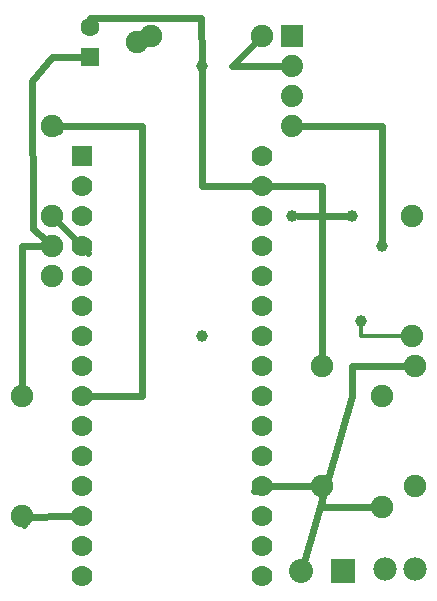
<source format=gbl>
G04 MADE WITH FRITZING*
G04 WWW.FRITZING.ORG*
G04 DOUBLE SIDED*
G04 HOLES PLATED*
G04 CONTOUR ON CENTER OF CONTOUR VECTOR*
%ASAXBY*%
%FSLAX23Y23*%
%MOIN*%
%OFA0B0*%
%SFA1.0B1.0*%
%ADD10C,0.070000*%
%ADD11C,0.074000*%
%ADD12C,0.075000*%
%ADD13C,0.080000*%
%ADD14C,0.039370*%
%ADD15C,0.062992*%
%ADD16C,0.078000*%
%ADD17R,0.069972X0.070000*%
%ADD18R,0.074000X0.074000*%
%ADD19R,0.080000X0.080000*%
%ADD20R,0.062992X0.062992*%
%ADD21C,0.024000*%
%ADD22C,0.012000*%
%LNCOPPER0*%
G90*
G70*
G54D10*
X244Y1480D03*
X244Y1380D03*
X244Y1280D03*
X244Y1180D03*
X244Y1080D03*
X244Y980D03*
X244Y880D03*
X244Y780D03*
X244Y680D03*
X244Y580D03*
X244Y480D03*
X244Y380D03*
X244Y280D03*
X244Y180D03*
X244Y80D03*
X844Y1480D03*
X844Y1380D03*
X844Y1280D03*
X844Y1180D03*
X844Y1080D03*
X844Y980D03*
X844Y880D03*
X844Y780D03*
X844Y680D03*
X844Y580D03*
X844Y480D03*
X844Y380D03*
X844Y280D03*
X844Y180D03*
X844Y80D03*
G54D11*
X944Y1780D03*
X944Y1680D03*
X944Y1580D03*
X944Y1880D03*
G54D12*
X144Y1280D03*
X144Y1180D03*
X144Y1080D03*
X1244Y310D03*
X1244Y680D03*
X474Y1880D03*
X844Y1880D03*
G54D13*
X1114Y96D03*
X976Y96D03*
G54D12*
X1044Y780D03*
X1044Y380D03*
X44Y280D03*
X44Y680D03*
X1356Y780D03*
X1356Y380D03*
X1344Y1280D03*
X1344Y880D03*
X427Y1862D03*
X144Y1580D03*
G54D14*
X1246Y1179D03*
X1146Y1279D03*
X945Y1279D03*
X645Y1779D03*
X644Y880D03*
X1176Y931D03*
G54D15*
X273Y1812D03*
X273Y1910D03*
G54D16*
X1355Y103D03*
X1255Y103D03*
G54D17*
X244Y1480D03*
G54D18*
X944Y1880D03*
G54D19*
X1114Y96D03*
G54D20*
X273Y1812D03*
G54D21*
X1145Y681D02*
X1146Y779D01*
D02*
X1146Y779D02*
X1327Y780D01*
D02*
X985Y126D02*
X1145Y681D01*
D02*
X843Y379D02*
X1016Y379D01*
D02*
X819Y365D02*
X843Y379D01*
D02*
X1044Y310D02*
X1216Y310D01*
D02*
X1044Y351D02*
X1044Y310D01*
D02*
X45Y278D02*
X215Y279D01*
D02*
X53Y252D02*
X45Y278D01*
D02*
X45Y1179D02*
X116Y1179D01*
D02*
X44Y708D02*
X45Y1179D01*
D02*
X245Y1179D02*
X264Y1158D01*
D02*
X165Y1259D02*
X245Y1179D01*
D02*
X1246Y1580D02*
X976Y1580D01*
D02*
X1246Y1198D02*
X1246Y1580D01*
D02*
X1044Y1380D02*
X1044Y808D01*
D02*
X874Y1380D02*
X1044Y1380D01*
D02*
X1127Y1279D02*
X964Y1279D01*
D02*
X445Y1579D02*
X445Y679D01*
D02*
X445Y679D02*
X274Y679D01*
D02*
X145Y1579D02*
X445Y1579D01*
D02*
X168Y1563D02*
X145Y1579D01*
D02*
X744Y1780D02*
X913Y1780D01*
D02*
X824Y1859D02*
X744Y1780D01*
D02*
X645Y1379D02*
X815Y1380D01*
D02*
X645Y1760D02*
X645Y1379D01*
G54D22*
D02*
X1321Y880D02*
X1176Y880D01*
D02*
X1176Y880D02*
X1176Y917D01*
G54D21*
D02*
X273Y1942D02*
X273Y1937D01*
D02*
X643Y1942D02*
X273Y1942D01*
D02*
X645Y1798D02*
X643Y1942D01*
D02*
X144Y1812D02*
X246Y1812D01*
D02*
X83Y1238D02*
X79Y1732D01*
D02*
X124Y1199D02*
X83Y1238D01*
D02*
X79Y1732D02*
X144Y1812D01*
G04 End of Copper0*
M02*
</source>
